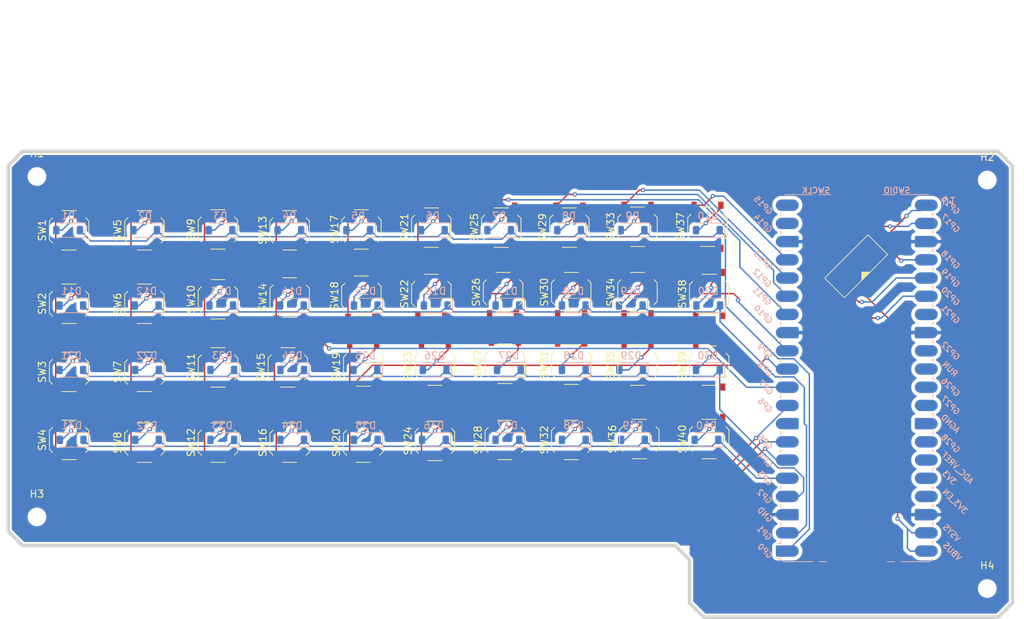
<source format=kicad_pcb>
(kicad_pcb (version 20241229) (generator "pcbnew") (generator_version "9.0")
  (layers (0 "F.Cu" signal) (2 "B.Cu" signal) (13 "F.Paste" user) (15 "B.Paste" user) (5 "F.SilkS" user "F.Silkscreen") (7 "B.SilkS" user "B.Silkscreen") (1 "F.Mask" user) (3 "B.Mask" user) (25 "Edge.Cuts" user))
  (net 0 "")
  (net 1 "ROW0")
  (net 2 "Net-(D1-A)")
  (net 3 "Net-(D2-A)")
  (net 4 "Net-(D3-A)")
  (net 5 "Net-(D4-A)")
  (net 6 "Net-(D5-A)")
  (net 7 "Net-(D6-A)")
  (net 8 "Net-(D7-A)")
  (net 9 "Net-(D8-A)")
  (net 10 "Net-(D9-A)")
  (net 11 "Net-(D10-A)")
  (net 12 "Net-(D11-A)")
  (net 13 "ROW1")
  (net 14 "Net-(D12-A)")
  (net 15 "Net-(D13-A)")
  (net 16 "Net-(D14-A)")
  (net 17 "Net-(D15-A)")
  (net 18 "Net-(D16-A)")
  (net 19 "Net-(D17-A)")
  (net 20 "Net-(D18-A)")
  (net 21 "Net-(D19-A)")
  (net 22 "Net-(D20-A)")
  (net 23 "ROW2")
  (net 24 "Net-(D21-A)")
  (net 25 "Net-(D22-A)")
  (net 26 "Net-(D23-A)")
  (net 27 "Net-(D24-A)")
  (net 28 "Net-(D25-A)")
  (net 29 "Net-(D26-A)")
  (net 30 "Net-(D27-A)")
  (net 31 "Net-(D28-A)")
  (net 32 "Net-(D29-A)")
  (net 33 "Net-(D30-A)")
  (net 34 "ROW3")
  (net 35 "Net-(D31-A)")
  (net 36 "Net-(D32-A)")
  (net 37 "Net-(D33-A)")
  (net 38 "Net-(D34-A)")
  (net 39 "Net-(D35-A)")
  (net 40 "Net-(D36-A)")
  (net 41 "Net-(D37-A)")
  (net 42 "Net-(D38-A)")
  (net 43 "Net-(D39-A)")
  (net 44 "Net-(D40-A)")
  (net 45 "COL0")
  (net 46 "COL1")
  (net 47 "COL2")
  (net 48 "COL3")
  (net 49 "COL4")
  (net 50 "COL5")
  (net 51 "COL6")
  (net 52 "COL7")
  (net 53 "COL8")
  (net 54 "COL9")
  (net 55 "north")
  (net 56 "east")
  (net 57 "west")
  (net 58 "push")
  (net 59 "+5V")
  (net 60 "south")
  (net 62 "GND")
  (footprint "HomebrewRPIPico:SW_Push_1P1T_XKB_TS-1187A" (layer "F.Cu") (at 139.489339 125.639216)
    (property "Reference" "SW20")
    (property "Value" "SPACE")
  )
  (footprint "HomebrewRPIPico:SW_Push_1P1T_XKB_TS-1187A" (layer "F.Cu") (at 168.489339 114.764215)
    (property "Reference" "SW31")
    (property "Value" ",")
  )
  (footprint "HomebrewRPIPico:SW_Push_1P1T_XKB_TS-1187A" (layer "F.Cu") (at 149.48934 125.389215)
    (property "Reference" "SW24")
    (property "Value" "FN1")
  )
  (footprint "HomebrewRPIPico:SW_Push_1P1T_XKB_TS-1187A" (layer "F.Cu") (at 168.239341 95.639216)
    (property "Reference" "SW29")
    (property "Value" "I")
  )
  (footprint "HomebrewRPIPico:SW_Push_1P1T_XKB_TS-1187A" (layer "F.Cu") (at 177.73934 95.514215)
    (property "Reference" "SW33")
    (property "Value" "O")
  )
  (footprint "HomebrewRPIPico:SW_Push_1P1T_XKB_TS-1187A" (layer "F.Cu") (at 177.73934 104.639216)
    (property "Reference" "SW34")
    (property "Value" "L")
  )
  (footprint "HomebrewRPIPico:SW_Push_1P1T_XKB_TS-1187A" (layer "F.Cu") (at 139.489342 115.014215)
    (property "Reference" "SW19")
    (property "Value" "B")
  )
  (footprint "HomebrewRPIPico:SW_Push_1P1T_XKB_TS-1187A" (layer "F.Cu") (at 108.98934 96.014216)
    (property "Reference" "SW5")
    (property "Value" "W")
  )
  (footprint "HomebrewRPIPico:SW_Push_1P1T_XKB_TS-1187A" (layer "F.Cu") (at 98.489342 115.764215)
    (property "Reference" "SW3")
    (property "Value" "Z")
  )
  (footprint "HomebrewRPIPico:SW_Push_1P1T_XKB_TS-1187A" (layer "F.Cu") (at 149.48934 114.889216)
    (property "Reference" "SW23")
    (property "Value" "N")
  )
  (footprint "HomebrewRPIPico:SW_Push_1P1T_XKB_TS-1187A" (layer "F.Cu") (at 129.239342 125.639215)
    (property "Reference" "SW16")
    (property "Value" "SHIFT")
  )
  (footprint "HomebrewRPIPico:SW_Push_1P1T_XKB_TS-1187A" (layer "F.Cu") (at 187.739339 104.889215)
    (property "Reference" "SW38")
    (property "Value" ";")
  )
  (footprint "MountingHole:MountingHole_2.1mm" (layer "F.Cu") (at 94 88.5)
    (property "Reference" "H1")
    (property "Value" "MountingHole")
  )
  (footprint "HomebrewRPIPico:SW_Push_1P1T_XKB_TS-1187A" (layer "F.Cu") (at 187.489339 95.514215)
    (property "Reference" "SW37")
    (property "Value" "P")
  )
  (footprint "HomebrewRPIPico:SW_Push_1P1T_XKB_TS-1187A" (layer "F.Cu") (at 139.23934 95.889215)
    (property "Reference" "SW17")
    (property "Value" "T")
  )
  (footprint "HomebrewRPIPico:SW_Push_1P1T_XKB_TS-1187A" (layer "F.Cu") (at 177.73934 114.889217)
    (property "Reference" "SW35")
    (property "Value" ".")
  )
  (footprint "HomebrewRPIPico:SW_Push_1P1T_XKB_TS-1187A" (layer "F.Cu") (at 159.239341 114.639214)
    (property "Reference" "SW27")
    (property "Value" "M")
  )
  (footprint "HomebrewRPIPico:SW_Push_1P1T_XKB_TS-1187A" (layer "F.Cu") (at 128.989338 115.139217)
    (property "Reference" "SW15")
    (property "Value" "V")
  )
  (footprint "HomebrewRPIPico:SW_Push_1P1T_XKB_TS-1187A" (layer "F.Cu") (at 177.989342 125.139215)
    (property "Reference" "SW36")
    (property "Value" "END")
  )
  (footprint "HomebrewRPIPico:SW_Push_1P1T_XKB_TS-1187A" (layer "F.Cu") (at 139.239339 105.139216)
    (property "Reference" "SW18")
    (property "Value" "G")
  )
  (footprint "HomebrewRPIPico:SW_Push_1P1T_XKB_TS-1187A" (layer "F.Cu") (at 148.98934 104.889215)
    (property "Reference" "SW22")
    (property "Value" "H")
  )
  (footprint "HomebrewRPIPico:SW_Push_1P1T_XKB_TS-1187A" (layer "F.Cu") (at 108.98934 115.764216)
    (property "Reference" "SW7")
    (property "Value" "X")
  )
  (footprint "HomebrewRPIPico:SW_Push_1P1T_XKB_TS-1187A" (layer "F.Cu") (at 168.48934 125.264216)
    (property "Reference" "SW32")
    (property "Value" "HOME")
  )
  (footprint "HomebrewRPIPico:SW_Push_1P1T_XKB_TS-1187A" (layer "F.Cu") (at 148.98934 95.639216)
    (property "Reference" "SW21")
    (property "Value" "Y")
  )
  (footprint "HomebrewRPIPico:SW_Push_1P1T_XKB_TS-1187A" (layer "F.Cu") (at 98.48934 106.264215)
    (property "Reference" "SW2")
    (property "Value" "A")
  )
  (footprint "HomebrewRPIPico:SW_Push_1P1T_XKB_TS-1187A" (layer "F.Cu") (at 108.989339 125.639216)
    (property "Reference" "SW8")
    (property "Value" "ALT")
  )
  (footprint "HomebrewRPIPico:SW_Push_1P1T_XKB_TS-1187A" (layer "F.Cu") (at 98.48934 125.264216)
    (property "Reference" "SW4")
    (property "Value" "CTRL")
  )
  (footprint "HomebrewRPIPico:SW_Push_1P1T_XKB_TS-1187A" (layer "F.Cu") (at 158.739342 95.639217)
    (property "Reference" "SW25")
    (property "Value" "U")
  )
  (footprint "HomebrewRPIPico:SW_Push_1P1T_XKB_TS-1187A" (layer "F.Cu") (at 119.239339 115.139215)
    (property "Reference" "SW11")
    (property "Value" "C")
  )
  (footprint "HomebrewRPIPico:SW_Push_1P1T_XKB_TS-1187A" (layer "F.Cu") (at 119.23934 125.639216)
    (property "Reference" "SW12")
    (property "Value" "META")
  )
  (footprint "HomebrewRPIPico:SW_Push_1P1T_XKB_TS-1187A" (layer "F.Cu") (at 119.239339 105.639217)
    (property "Reference" "SW10")
    (property "Value" "D")
  )
  (footprint "HomebrewRPIPico:SW_Push_1P1T_XKB_TS-1187A" (layer "F.Cu") (at 187.739339 125.139215)
    (property "Reference" "SW40")
    (property "Value" "BACKSPACE")
  )
  (footprint "HomebrewRPIPico:SW_Push_1P1T_XKB_TS-1187A" (layer "F.Cu") (at 159.239338 125.264216)
    (property "Reference" "SW28")
    (property "Value" "FN2")
  )
  (footprint "HomebrewRPIPico:SW_Push_1P1T_XKB_TS-1187A" (layer "F.Cu") (at 129.239342 96.014217)
    (property "Reference" "SW13")
    (property "Value" "R")
  )
  (footprint "HomebrewRPIPico:SW_Push_1P1T_XKB_TS-1187A" (layer "F.Cu") (at 98.489341 96.014216)
    (property "Reference" "SW1")
    (property "Value" "Q")
  )
  (footprint "HomebrewRPIPico:SW_Push_1P1T_XKB_TS-1187A" (layer "F.Cu") (at 158.98934 104.639216)
    (property "Reference" "SW26")
    (property "Value" "J")
  )
  (footprint "MountingHole:MountingHole_2.1mm" (layer "F.Cu") (at 226.5 89)
    (property "Reference" "H2")
    (property "Value" "MountingHole")
  )
  (footprint "MountingHole:MountingHole_2.1mm" (layer "F.Cu") (at 226.5 146)
    (property "Reference" "H4")
    (property "Value" "MountingHole")
  )
  (footprint "HomebrewRPIPico:SW_Push_1P1T_XKB_TS-1187A" (layer "F.Cu") (at 119.239341 95.889215)
    (property "Reference" "SW9")
    (property "Value" "E")
  )
  (footprint "HomebrewRPIPico:SW_Push_1P1T_XKB_TS-1187A" (layer "F.Cu") (at 129.23934 105.389215)
    (property "Reference" "SW14")
    (property "Value" "F")
  )
  (footprint "5-way_switch:7x7x5_5-way_switch" (layer "F.Cu") (at 208.169025 101.086934)
    (property "Reference" "SW41" (hide yes))
    (property "Value" "~")
  )
  (footprint "MountingHole:MountingHole_2.1mm" (layer "F.Cu") (at 94 136)
    (property "Reference" "H3")
    (property "Value" "MountingHole")
  )
  (footprint "HomebrewRPIPico:SW_Push_1P1T_XKB_TS-1187A" (layer "F.Cu") (at 187.739339 114.889216)
    (property "Reference" "SW39")
    (property "Value" "/")
  )
  (footprint "HomebrewRPIPico:SW_Push_1P1T_XKB_TS-1187A" (layer "F.Cu") (at 168.489339 104.639216)
    (property "Reference" "SW30")
    (property "Value" "K")
  )
  (footprint "HomebrewRPIPico:SW_Push_1P1T_XKB_TS-1187A" (layer "F.Cu") (at 108.98934 106.264215)
    (property "Reference" "SW6")
    (property "Value" "S")
  )
  (footprint "Diode_SMD:D_SOD-123" (layer "B.Cu") (at 139.85 106.5 180)
    (property "Reference" "D15")
    (property "Value" "D")
  )
  (footprint "Diode_SMD:D_SOD-123" (layer "B.Cu") (at 149.2 96 180)
    (property "Reference" "D6")
    (property "Value" "D")
  )
  (footprint "Diode_SMD:D_SOD-123" (layer "B.Cu") (at 177.1 125.25 180)
    (property "Reference" "D39")
    (property "Value" "D")
  )
  (footprint "Diode_SMD:D_SOD-123" (layer "B.Cu") (at 109.3 106.5 180)
    (property "Reference" "D12")
    (property "Value" "D")
  )
  (footprint "Diode_SMD:D_SOD-123" (layer "B.Cu") (at 159.8 115.5 180)
    (property "Reference" "D27")
    (property "Value" "D")
  )
  (footprint "Diode_SMD:D_SOD-123" (layer "B.Cu") (at 98.8 106.5 180)
    (property "Reference" "D11")
    (property "Value" "D")
  )
  (footprint "Diode_SMD:D_SOD-123" (layer "B.Cu") (at 168.85 106.5 180)
    (property "Reference" "D18")
    (property "Value" "D")
  )
  (footprint "Diode_SMD:D_SOD-123" (layer "B.Cu") (at 176.8 106.5 180)
    (property "Reference" "D19")
    (property "Value" "D")
  )
  (footprint "Diode_SMD:D_SOD-123" (layer "B.Cu") (at 149.35 125.25 180)
    (property "Reference" "D36")
    (property "Value" "D")
  )
  (footprint "Diode_SMD:D_SOD-123" (layer "B.Cu") (at 119.85 125.25 180)
    (property "Reference" "D33")
    (property "Value" "D")
  )
  (footprint "Diode_SMD:D_SOD-123" (layer "B.Cu") (at 168.85 125.25 180)
    (property "Reference" "D38")
    (property "Value" "D")
  )
  (footprint "Diode_SMD:D_SOD-123" (layer "B.Cu") (at 98.35 96 180)
    (property "Reference" "D1")
    (property "Value" "D")
  )
  (footprint "Diode_SMD:D_SOD-123" (layer "B.Cu") (at 109.1 96 180)
    (property "Reference" "D2")
    (property "Value" "D")
  )
  (footprint "Diode_SMD:D_SOD-123" (layer "B.Cu") (at 168.85 115.5 180)
    (property "Reference" "D28")
    (property "Value" "D")
  )
  (footprint "Diode_SMD:D_SOD-123" (layer "B.Cu") (at 187.55 115.5 180)
    (property "Reference" "D30")
    (property "Value" "D")
  )
  (footprint "Diode_SMD:D_SOD-123" (layer "B.Cu") (at 139.85 125.25 180)
    (property "Reference" "D35")
    (property "Value" "D")
  )
  (footprint "Diode_SMD:D_SOD-123" (layer "B.Cu") (at 129.2 96 180)
    (property "Reference" "D4")
    (property "Value" "D")
  )
  (footprint "Diode_SMD:D_SOD-123" (layer "B.Cu") (at 158.45 96 180)
    (property "Reference" "D7")
    (property "Value" "D")
  )
  (footprint "Diode_SMD:D_SOD-123" (layer "B.Cu") (at 129.6 125.25 180)
    (property "Reference" "D34")
    (property "Value" "D")
  )
  (footprint "Diode_SMD:D_SOD-123" (layer "B.Cu") (at 109.35 125.25 180)
    (property "Reference" "D32")
    (property "Value" "D")
  )
  (footprint "Diode_SMD:D_SOD-123" (layer "B.Cu") (at 109.35 115.5 180)
    (property "Reference" "D22")
    (property "Value" "D")
  )
  (footprint "Diode_SMD:D_SOD-123" (layer "B.Cu") (at 176.85 115.5 180)
    (property "Reference" "D29")
    (property "Value" "D")
  )
  (footprint "Diode_SMD:D_SOD-123" (layer "B.Cu") (at 187.35 125.25 180)
    (property "Reference" "D40")
    (property "Value" "D")
  )
  (footprint "Diode_SMD:D_SOD-123" (layer "B.Cu") (at 139.8 115.5 180)
    (property "Reference" "D25")
    (property "Value" "D")
  )
  (footprint "Diode_SMD:D_SOD-123" (layer "B.Cu") (at 187.6 106.5 180)
    (property "Reference" "D20")
    (property "Value" "D")
  )
  (footprint "Diode_SMD:D_SOD-123" (layer "B.Cu") (at 119.6 96 180)
    (property "Reference" "D3")
    (property "Value" "D")
  )
  (footprint "Diode_SMD:D_SOD-123" (layer "B.Cu") (at 129.6 115.5 180)
    (property "Reference" "D24")
    (property "Value" "D")
  )
  (footprint "Diode_SMD:D_SOD-123" (layer "B.Cu") (at 177.05 96 180)
    (property "Reference" "D9")
    (property "Value" "D")
  )
  (footprint "Diode_SMD:D_SOD-123" (layer "B.Cu") (at 159.6 106.5 180)
    (property "Reference" "D17")
    (property "Value" "D")
  )
  (footprint "Diode_SMD:D_SOD-123" (layer "B.Cu") (at 149.45 115.5 180)
    (property "Reference" "D26")
    (property "Value" "D")
  )
  (footprint "Diode_SMD:D_SOD-123" (layer "B.Cu") (at 149.6 106.5 180)
    (property "Reference" "D16")
    (property "Value" "D")
  )
  (footprint "Diode_SMD:D_SOD-123" (layer "B.Cu") (at 119.7 106.5 180)
    (property "Reference" "D13")
    (property "Value" "D")
  )
  (footprint "HomebrewRPIPico:RaspberryPi_Pico_SMD" (layer "B.Cu") (at 208.31 116.64)
    (property "Reference" "U1")
    (property "Value" "Pico")
  )
  (footprint "Diode_SMD:D_SOD-123" (layer "B.Cu") (at 187.55 96 180)
    (property "Reference" "D10")
    (property "Value" "D")
  )
  (footprint "Diode_SMD:D_SOD-123" (layer "B.Cu") (at 119.85 115.5 180)
    (property "Reference" "D23")
    (property "Value" "D")
  )
  (footprint "Diode_SMD:D_SOD-123" (layer "B.Cu") (at 98.8 115.5 180)
    (property "Reference" "D21")
    (property "Value" "D")
  )
  (footprint "Diode_SMD:D_SOD-123" (layer "B.Cu") (at 159.6 125.25 180)
    (property "Reference" "D37")
    (property "Value" "D")
  )
  (footprint "Diode_SMD:D_SOD-123" (layer "B.Cu") (at 129.55 106.5 180)
    (property "Reference" "D14")
    (property "Value" "D")
  )
  (footprint "Diode_SMD:D_SOD-123" (layer "B.Cu") (at 168.2 96 180)
    (property "Reference" "D8")
    (property "Value" "D")
  )
  (footprint "Diode_SMD:D_SOD-123" (layer "B.Cu") (at 98.85 125.25 180)
    (property "Reference" "D31")
    (property "Value" "D")
  )
  (footprint "Diode_SMD:D_SOD-123" (layer "B.Cu") (at 138.8 96 180)
    (property "Reference" "D5")
    (property "Value" "D")
  )
  (gr_line (start 228 85) (end 230 87) (stroke (width 0.5)) (layer "Edge.Cuts"))
  (gr_line (start 183 140) (end 185 142) (stroke (width 0.5)) (layer "Edge.Cuts"))
  (gr_line (start 187 150) (end 185 148) (stroke (width 0.5)) (layer "Edge.Cuts"))
  (gr_line (start 185 148) (end 185 142) (stroke (width 0.5)) (layer "Edge.Cuts"))
  (gr_line (start 90 87) (end 92 85) (stroke (width 0.5)) (layer "Edge.Cuts"))
  (gr_line (start 90 138) (end 92 140) (stroke (width 0.5)) (layer "Edge.Cuts"))
  (gr_line (start 92 140) (end 183 140) (stroke (width 0.5)) (layer "Edge.Cuts"))
  (gr_line (start 92 85) (end 228 85) (stroke (width 0.5)) (layer "Edge.Cuts"))
  (gr_line (start 230 148) (end 230 87) (stroke (width 0.5)) (layer "Edge.Cuts"))
  (gr_line (start 228 150) (end 230 148) (stroke (width 0.5)) (layer "Edge.Cuts"))
  (gr_line (start 90 138) (end 90 87) (stroke (width 0.5)) (layer "Edge.Cuts"))
  (gr_line (start 187 150) (end 228 150) (stroke (width 0.5)) (layer "Edge.Cuts"))
  (segment (start 179.601 96.901) (end 188.299 96.901) (width 0.2) (layer "B.Cu") (net 1))
  (segment (start 141.351 96.901) (end 149.949 96.901) (width 0.2) (layer "B.Cu") (net 1))
  (segment (start 109.25 97.5) (end 110.75 96) (width 0.2) (layer "B.Cu") (net 1))
  (segment (start 122.151 96.901) (end 121.25 96) (width 0.2) (layer "B.Cu") (net 1))
  (segment (start 131.751 96.901) (end 139.549 96.901) (width 0.2) (layer "B.Cu") (net 1))
  (segment (start 198.62 140.77) (end 201.703 137.687) (width 0.2) (layer "B.Cu") (net 1))
  (segment (start 199.53805 113.931) (end 197.36395 113.931) (width 0.2) (layer "B.Cu") (net 1))
  (segment (start 170.751 96.901) (end 177.799 96.901) (width 0.2) (layer "B.Cu") (net 1))
  (segment (start 149.949 96.901) (end 150.85 96) (width 0.2) (layer "B.Cu") (net 1))
  (segment (start 160.1 96) (end 161.001 96.901) (width 0.2) (layer "B.Cu") (net 1))
  (segment (start 201.703 137.687) (end 201.703 116.09595) (width 0.2) (layer "B.Cu") (net 1))
  (segment (start 201.703 116.09595) (end 199.53805 113.931) (width 0.2) (layer "B.Cu") (net 1))
  (segment (start 101.5 97.5) (end 109.25 97.5) (width 0.2) (layer "B.Cu") (net 1))
  (segment (start 150.85 96) (end 152.1 97.25) (width 0.2) (layer "B.Cu") (net 1))
  (segment (start 158.85 97.25) (end 160.1 96) (width 0.2) (layer "B.Cu") (net 1))
  (segment (start 152.1 97.25) (end 158.85 97.25) (width 0.2) (layer "B.Cu") (net 1))
  (segment (start 140.45 96) (end 141.351 96.901) (width 0.2) (layer "B.Cu") (net 1))
  (segment (start 188.299 96.901) (end 189.2 96) (width 0.2) (layer "B.Cu") (net 1))
  (segment (start 190.001 106.56805) (end 190.001 96.801) (width 0.2) (layer "B.Cu") (net 1))
  (segment (start 129.949 96.901) (end 122.151 96.901) (width 0.2) (layer "B.Cu") (net 1))
  (segment (start 111.651 96.901) (end 120.349 96.901) (width 0.2) (layer "B.Cu") (net 1))
  (segment (start 130.85 96) (end 131.751 96.901) (width 0.2) (layer "B.Cu") (net 1))
  (segment (start 169.85 96) (end 170.751 96.901) (width 0.2) (layer "B.Cu") (net 1))
  (segment (start 168.949 96.901) (end 169.85 96) (width 0.2) (layer "B.Cu") (net 1))
  (segment (start 177.799 96.901) (end 178.7 96) (width 0.2) (layer "B.Cu") (net 1))
  (segment (start 100 96) (end 101.5 97.5) (width 0.2) (layer "B.Cu") (net 1))
  (segment (start 197.36395 113.931) (end 190.001 106.56805) (width 0.2) (layer "B.Cu") (net 1))
  (segment (start 190.001 96.801) (end 189.2 96) (width 0.2) (layer "B.Cu") (net 1))
  (segment (start 139.549 96.901) (end 140.45 96) (width 0.2) (layer "B.Cu") (net 1))
  (segment (start 130.85 96) (end 129.949 96.901) (width 0.2) (layer "B.Cu") (net 1))
  (segment (start 161.001 96.901) (end 168.949 96.901) (width 0.2) (layer "B.Cu") (net 1))
  (segment (start 120.349 96.901) (end 121.25 96) (width 0.2) (layer "B.Cu") (net 1))
  (segment (start 110.75 96) (end 111.651 96.901) (width 0.2) (layer "B.Cu") (net 1))
  (segment (start 178.7 96) (end 179.601 96.901) (width 0.2) (layer "B.Cu") (net 1))
  (segment (start 100.364341 93.135659) (end 100.364341 93.014216) (width 0.2) (layer "F.Cu") (net 2))
  (segment (start 98.75 94.75) (end 100.364341 93.135659) (width 0.2) (layer "F.Cu") (net 2))
  (via (at 98.75 94.75) (size 0.6) (drill 0.3) (layers "F.Cu" "B.Cu") (net 2))
  (segment (start 96.7 96) (end 97.5 96) (width 0.2) (layer "B.Cu") (net 2))
  (segment (start 97.5 96) (end 98.75 94.75) (width 0.2) (layer "B.Cu") (net 2))
  (segment (start 110.86434 93.13566) (end 110.86434 93.014216) (width 0.2) (layer "F.Cu") (net 3))
  (segment (start 109 95) (end 110.86434 93.13566) (width 0.2) (layer "F.Cu") (net 3))
  (via (at 109 95) (size 0.6) (drill 0.3) (layers "F.Cu" "B.Cu") (net 3))
  (segment (start 108 96) (end 109 95) (width 0.2) (layer "B.Cu") (net 3))
  (segment (start 107.45 96) (end 108 96) (width 0.2) (layer "B.Cu") (net 3))
  (segment (start 121.114341 93.635659) (end 121.114341 92.889215) (width 0.2) (layer "F.Cu") (net 4))
  (segment (start 119.75 95) (end 121.114341 93.635659) (width 0.2) (layer "F.Cu") (net 4))
  (via (at 119.75 95) (size 0.6) (drill 0.3) (layers "F.Cu" "B.Cu") (net 4))
  (segment (start 118.75 96) (end 119.75 95) (width 0.2) (layer "B.Cu") (net 4))
  (segment (start 117.95 96) (end 118.75 96) (width 0.2) (layer "B.Cu") (net 4))
  (segment (start 129.5 94.75) (end 131.114342 93.135658) (width 0.2) (layer "F.Cu") (net 5))
  (segment (start 131.114342 93.135658) (end 131.114342 93.014217) (width 0.2) (layer "F.Cu") (net 5))
  (via (at 129.5 94.75) (size 0.6) (drill 0.3) (layers "F.Cu" "B.Cu") (net 5))
  (segment (start 127.55 96) (end 128.25 96) (width 0.2) (layer "B.Cu") (net 5))
  (segment (start 128.25 96) (end 129.5 94.75) (width 0.2) (layer "B.Cu") (net 5))
  (segment (start 139.25 94.75) (end 141.110785 92.889215) (width 0.2) (layer "F.Cu") (net 6))
  (segment (start 141.110785 92.889215) (end 141.11434 92.889215) (width 0.2) (layer "F.Cu") (net 6))
  (via (at 139.25 94.75) (size 0.6) (drill 0.3) (layers "F.Cu" "B.Cu") (net 6))
  (segment (start 138 96) (end 139.25 94.75) (width 0.2) (layer "B.Cu") (net 6))
  (segment (start 137.15 96) (end 138 96) (width 0.2) (layer "B.Cu") (net 6))
  (segment (start 150.86434 93.13566) (end 150.86434 92.639216) (width 0.2) (layer "F.Cu") (net 7))
  (segment (start 149.25 94.75) (end 150.86434 93.13566) (width 0.2) (layer "F.Cu") (net 7))
  (via (at 149.25 94.75) (size 0.6) (drill 0.3) (layers "F.Cu" "B.Cu") (net 7))
  (segment (start 148 96) (end 149.25 94.75) (width 0.2) (layer "B.Cu") (net 7))
  (segment (start 147.55 96) (end 148 96) (width 0.2) (layer "B.Cu") (net 7))
  (segment (start 160.610783 92.639217) (end 160.614342 92.639217) (width 0.2) (layer "F.Cu") (net 8))
  (segment (start 158.75 94.5) (end 160.610783 92.639217) (width 0.2) (layer "F.Cu") (net 8))
  (via (at 158.75 94.5) (size 0.6) (drill 0.3) (layers "F.Cu" "B.Cu") (net 8))
  (segment (start 156.8 96) (end 157.25 96) (width 0.2) (layer "B.Cu") (net 8))
  (segment (start 157.25 96) (end 158.75 94.5) (width 0.2) (layer "B.Cu") (net 8))
  (segment (start 170.114341 92.885659) (end 170.114341 92.639216) (width 0.2) (layer "F.Cu") (net 9))
  (segment (start 168 95) (end 170.114341 92.885659) (width 0.2) (layer "F.Cu") (net 9))
  (via (at 168 95) (size 0.6) (drill 0.3) (layers "F.Cu" "B.Cu") (net 9))
  (segment (start 167 96) (end 168 95) (width 0.2) (layer "B.Cu") (net 9))
  (segment (start 166.55 96) (end 167 96) (width 0.2) (layer "B.Cu") (net 9))
  (segment (start 177.25 94.75) (end 179.485785 92.514215) (width 0.2) (layer "F.Cu") (net 10))
  (segment (start 179.485785 92.514215) (end 179.61434 92.514215) (width 0.2) (layer "F.Cu") (net 10))
  (via (at 177.25 94.75) (size 0.6) (drill 0.3) (layers "F.Cu" "B.Cu") (net 10))
  (segment (start 175.4 96) (end 176 96) (width 0.2) (layer "B.Cu") (net 10))
  (segment (start 176 96) (end 177.25 94.75) (width 0.2) (layer "B.Cu") (net 10))
  (segment (start 189.364339 92.885661) (end 189.364339 92.514215) (width 0.2) (layer "F.Cu") (net 11))
  (segment (start 187.25 95) (end 189.364339 92.885661) (width 0.2) (layer "F.Cu") (net 11))
  (via (at 187.25 95) (size 0.6) (drill 0.3) (layers "F.Cu" "B.Cu") (net 11))
  (segment (start 185.9 96) (end 186.25 96) (width 0.2) (layer "B.Cu") (net 11))
  (segment (start 186.25 96) (end 187.25 95) (width 0.2) (layer "B.Cu") (net 11))
  (segment (start 100.36434 103.88566) (end 100.36434 103.264215) (width 0.2) (layer "F.Cu") (net 12))
  (segment (start 98.75 105.5) (end 100.36434 103.88566) (width 0.2) (layer "F.Cu") (net 12))
  (via (at 98.75 105.5) (size 0.6) (drill 0.3) (layers "F.Cu" "B.Cu") (net 12))
  (segment (start 97.15 106.5) (end 97.75 106.5) (width 0.2) (layer "B.Cu") (net 12))
  (segment (start 97.75 106.5) (end 98.75 105.5) (width 0.2) (layer "B.Cu") (net 12))
  (segment (start 152.151 107.401) (end 151.25 106.5) (width 0.2) (layer "B.Cu") (net 13))
  (segment (start 140.599 107.401) (end 132.101 107.401) (width 0.2) (layer "B.Cu") (net 13))
  (segment (start 111.851 107.401) (end 110.95 106.5) (width 0.2) (layer "B.Cu") (net 13))
  (segment (start 189.25 108.75) (end 189.25 106.5) (width 0.2) (layer "B.Cu") (net 13))
  (segment (start 171.401 107.401) (end 177.549 107.401) (width 0.2) (layer "B.Cu") (net 13))
  (segment (start 132.101 107.401) (end 131.2 106.5) (width 0.2) (layer "B.Cu") (net 13))
  (segment (start 161.25 106.5) (end 162.151 107.401) (width 0.2) (layer "B.Cu") (net 13))
  (segment (start 196.971 116.471) (end 189.25 108.75) (width 0.2) (layer "B.Cu") (net 13))
  (segment (start 199.53805 116.471) (end 196.971 116.471) (width 0.2) (layer "B.Cu") (net 13))
  (segment (start 142.401 107.401) (end 141.5 106.5) (width 0.2) (layer "B.Cu") (net 13))
  (segment (start 141.5 106.5) (end 140.599 107.401) (width 0.2) (layer "B.Cu") (net 13))
  (segment (start 179.351 107.401) (end 178.45 106.5) (width 0.2) (layer "B.Cu") (net 13))
  (segment (start 151.25 106.5) (end 150.349 107.401) (width 0.2) (layer "B.Cu") (net 13))
  (segment (start 160.349 107.401) (end 152.151 107.401) (width 0.2) (layer "B.Cu") (net 13))
  (segment (start 188.349 107.401) (end 179.351 107.401) (width 0.2) (layer "B.Cu") (net 13))
  (segment (start 201 122.99495) (end 201 117.93295) (width 0.2) (layer "B.Cu") (net 13))
  (segment (start 131.2 106.5) (end 130.299 107.401) (width 0.2) (layer "B.Cu") (net 13))
  (segment (start 189.491 106.259) (end 189.25 106.5) (width 0.2) (layer "B.Cu") (net 13))
  (segment (start 170.5 106.5) (end 171.401 107.401) (width 0.2) (layer "B.Cu") (net 13))
  (segment (start 110.049 107.401) (end 101.351 107.401) (width 0.2) (layer "B.Cu") (net 13))
  (segment (start 169.599 107.401) (end 170.5 106.5) (width 0.2) (layer "B.Cu") (net 13))
  (segment (start 162.151 107.401) (end 169.599 107.401) (width 0.2) (layer "B.Cu") (net 13))
  (segment (start 161.25 106.5) (end 160.349 107.401) (width 0.2) (layer "B.Cu") (net 13))
  (segment (start 189.25 106.5) (end 188.349 107.401) (width 0.2) (layer "B.Cu") (net 13))
  (segment (start 110.95 106.5) (end 110.049 107.401) (width 0.2) (layer "B.Cu") (net 13))
  (segment (start 201 117.93295) (end 199.53805 116.471) (width 0.2) (layer "B.Cu") (net 13))
  (segment (start 150.349 107.401) (end 142.401 107.401) (width 0.2) (layer "B.Cu") (net 13))
  (segment (start 200.22 138.23) (end 201.302 137.148) (width 0.2) (layer "B.Cu") (net 13))
  (segment (start 130.299 107.401) (end 122.251 107.401) (width 0.2) (layer "B.Cu") (net 13))
  (segment (start 121.35 106.5) (end 120.449 107.401) (width 0.2) (layer "B.Cu") (net 13))
  (segment (start 122.251 107.401) (end 121.35 106.5) (width 0.2) (layer "B.Cu") (net 13))
  (segment (start 201.302 137.148) (end 201.302 123.29695) (width 0.2) (layer "B.Cu") (net 13))
  (segment (start 198.62 138.23) (end 200.22 138.23) (width 0.2) (layer "B.Cu") (net 13))
  (segment (start 120.449 107.401) (end 111.851 107.401) (width 0.2) (layer "B.Cu") (net 13))
  (segment (start 177.549 107.401) (end 178.45 106.5) (width 0.2) (layer "B.Cu") (net 13))
  (segment (start 201.302 123.29695) (end 201 122.99495) (width 0.2) (layer "B.Cu") (net 13))
  (segment (start 101.351 107.401) (end 100.45 106.5) (width 0.2) (layer "B.Cu") (net 13))
  (segment (start 109.25 105.5) (end 110.86434 103.88566) (width 0.2) (layer "F.Cu") (net 14))
  (segment (start 110.86434 103.88566) (end 110.86434 103.264215) (width 0.2) (layer "F.Cu") (net 14))
  (via (at 109.25 105.5) (size 0.6) (drill 0.3) (layers "F.Cu" "B.Cu") (net 14))
  (segment (start 108.25 106.5) (end 109.25 105.5) (width 0.2) (layer "B.Cu") (net 14))
  (segment (start 107.65 106.5) (end 108.25 106.5) (width 0.2) (layer "B.Cu") (net 14))
  (segment (start 119.5 104.5) (end 121.114339 102.885661) (width 0.2) (layer "F.Cu") (net 15))
  (segment (start 121.114339 102.885661) (end 121.114339 102.639217) (width 0.2) (layer "F.Cu") (net 15))
  (via (at 119.5 104.5) (size 0.6) (drill 0.3) (layers "F.Cu" "B.Cu") (net 15))
  (segment (start 118.05 105.95) (end 119.5 104.5) (width 0.2) (layer "B.Cu") (net 15))
  (segment (start 118.05 106.5) (end 118.05 105.95) (width 0.2) (layer "B.Cu") (net 15))
  (segment (start 131.11434 102.88566) (end 131.11434 102.389215) (width 0.2) (layer "F.Cu") (net 16))
  (segment (start 129 105) (end 131.11434 102.88566) (width 0.2) (layer "F.Cu") (net 16))
  (via (at 129 105) (size 0.6) (drill 0.3) (layers "F.Cu" "B.Cu") (net 16))
  (segment (start 127.9 106.1) (end 129 105) (width 0.2) (layer "B.Cu") (net 16))
  (segment (start 127.9 106.5) (end 127.9 106.1) (width 0.2) (layer "B.Cu") (net 16))
  (segment (start 139.5 104) (end 141.114339 102.385661) (width 0.2) (layer "F.Cu") (net 17))
  (segment (start 141.114339 102.385661) (end 141.114339 102.139216) (width 0.2) (layer "F.Cu") (net 17))
  (via (at 139.5 104) (size 0.6) (drill 0.3) (layers "F.Cu" "B.Cu") (net 17))
  (segment (start 138.2 106.5) (end 138.2 105.3) (width 0.2) (layer "B.Cu") (net 17))
  (segment (start 138.2 105.3) (end 139.5 104) (width 0.2) (layer "B.Cu") (net 17))
  (segment (start 149.5 103.5) (end 150.86434 102.13566) (width 0.2) (layer "F.Cu") (net 18))
  (segment (start 150.86434 102.13566) (end 150.86434 101.889215) (width 0.2) (layer "F.Cu") (net 18))
  (via (at 149.5 103.5) (size 0.6) (drill 0.3) (layers "F.Cu" "B.Cu") (net 18))
  (segment (start 147.95 106.5) (end 147.95 105.05) (width 0.2) (layer "B.Cu") (net 18))
  (segment (start 147.95 105.05) (end 149.5 103.5) (width 0.2) (layer "B.Cu") (net 18))
  (segment (start 160.86434 102.13566) (end 159.5 103.5) (width 0.2) (layer "F.Cu") (net 19))
  (segment (start 160.86434 101.639216) (end 160.86434 102.13566) (width 0.2) (layer "F.Cu") (net 19))
  (via (at 159.5 103.5) (size 0.6) (drill 0.3) (layers "F.Cu" "B.Cu") (net 19))
  (segment (start 157.95 105.05) (end 157.95 106.5) (width 0.2) (layer "B.Cu") (net 19))
  (segment (start 159.5 103.5) (end 157.95 105.05) (width 0.2) (layer "B.Cu") (net 19))
  (segment (start 170.364339 102.385661) (end 170.364339 101.639216) (width 0.2) (layer "F.Cu") (net 20))
  (segment (start 168.75 104) (end 170.364339 102.385661) (width 0.2) (layer "F.Cu") (net 20))
  (via (at 168.75 104) (size 0.6) (drill 0.3) (layers "F.Cu" "B.Cu") (net 20))
  (segment (start 167.2 105.55) (end 168.75 104) (width 0.2) (layer "B.Cu") (net 20))
  (segment (start 167.2 106.5) (end 167.2 105.55) (width 0.2) (layer "B.Cu") (net 20))
  (segment (start 179.61434 102.13566) (end 179.61434 101.639216) (width 0.2) (layer "F.Cu") (net 21))
  (segment (start 177.75 104) (end 179.61434 102.13566) (width 0.2) (layer "F.Cu") (net 21))
  (via (at 177.75 104) (size 0.6) (drill 0.3) (layers "F.Cu" "B.Cu") (net 21))
  (segment (start 175.25 106.5) (end 177.75 104) (width 0.2) (layer "B.Cu") (net 21))
  (segment (start 175.15 106.5) (end 175.25 106.5) (width 0.2) (layer "B.Cu") (net 21))
  (segment (start 188 103.503554) (end 189.614339 101.889215) (width 0.2) (layer "F.Cu") (net 22))
  (segment (start 188 104) (end 188 103.503554) (width 0.2) (layer "F.Cu") (net 22))
  (via (at 188 104) (size 0.6) (drill 0.3) (layers "F.Cu" "B.Cu") (net 22))
  (segment (start 185.95 106.5) (end 185.95 106.05) (width 0.2) (layer "B.Cu") (net 22))
  (segment (start 188 104.45) (end 188 104) (width 0.2) (layer "B.Cu") (net 22))
  (segment (start 185.95 106.5) (end 188 104.45) (width 0.2) (layer "B.Cu") (net 22))
  (segment (start 200.901 130.53395) (end 199.53805 129.171) (width 0.2) (layer "B.Cu") (net 23))
  (segment (start 132.151 116.401) (end 131.25 115.5) (width 0.2) (layer "B.Cu") (net 23))
  (segment (start 189.2 115.5) (end 188.299 116.401) (width 0.2) (layer "B.Cu") (net 23))
  (segment (start 100.45 115.5) (end 101.351 116.401) (width 0.2) (layer "B.Cu") (net 23))
  (segment (start 110.099 116.401) (end 111 115.5) (width 0.2) (layer "B.Cu") (net 23))
  (segment (start 170.5 115.5) (end 169.599 116.401) (width 0.2) (layer "B.Cu") (net 23))
  (segment (start 101.351 116.401) (end 110.099 116.401) (width 0.2) (layer "B.Cu") (net 23))
  (segment (start 162.351 116.401) (end 161.45 115.5) (width 0.2) (layer "B.Cu") (net 23))
  (segment (start 140.549 116.401) (end 132.151 116.401) (width 0.2) (layer "B.Cu") (net 23))
  (segment (start 179.401 116.401) (end 178.5 115.5) (width 0.2) (layer "B.Cu") (net 23))
  (segment (start 199.53805 129.171) (end 197.36395 129.171) (width 0.2) (layer "B.Cu") (net 23))
  (segment (start 200.901 132.469) (end 200.901 130.53395) (width 0.2) (layer "B.Cu") (net 23))
  (segment (start 141.45 115.5) (end 140.549 116.401) (width 0.2) (layer "B.Cu") (net 23))
  (segment (start 189.2 121.00705) (end 189.2 115.5) (width 0.2) (layer "B.Cu") (net 23))
  (segment (start 169.599 116.401) (end 162.351 116.401) (width 0.2) (layer "B.Cu") (net 23))
  (segment (start 152.001 116.401) (end 151.1 115.5) (width 0.2) (layer "B.Cu") (net 23))
  (segment (start 141.45 115.5) (end 142.351 116.401) (width 0.2) (layer "B.Cu") (net 23))
  (segment (start 178.5 115.5) (end 177.599 116.401) (width 0.2) (layer "B.Cu") (net 23))
  (segment (start 171.401 116.401) (end 170.5 115.5) (width 0.2) (layer "B.Cu") (net 23))
  (segment (start 198.62 133.15) (end 200.22 133.15) (width 0.2) (layer "B.Cu") (net 23))
  (segment (start 150.199 116.401) (end 151.1 115.5) (width 0.2) (layer "B.Cu") (net 23))
  (segment (start 130.349 116.401) (end 122.401 116.401) (width 0.2) (layer "B.Cu") (net 23))
  (segment (start 188.299 116.401) (end 179.401 116.401) (width 0.2) (layer "B.Cu") (net 23))
  (segment (start 131.25 115.5) (end 130.349 116.401) (width 0.2) (layer "B.Cu") (net 23))
  (segment (start 122.401 116.401) (end 121.5 115.5) (width 0.2) (layer "B.Cu") (net 23))
  (segment (start 111 115.5) (end 111.901 116.401) (width 0.2) (layer "B.Cu") (net 23))
  (segment (start 120.599 116.401) (end 121.5 115.5) (width 0.2) (layer "B.Cu") (net 23))
  (segment (start 197.36395 129.171) (end 189.2 121.00705) (width 0.2) (layer "B.Cu") (net 23))
  (segment (start 161.45 115.5) (end 160.549 116.401) (width 0.2) (layer "B.Cu") (net 23))
  (segment (start 160.549 116.401) (end 152.001 116.401) (width 0.2) (layer "B.Cu") (net 23))
  (segment (start 177.599 116.401) (end 171.401 116.401) (width 0.2) (layer "B.Cu") (net 23))
  (segment (start 111.901 116.401) (end 120.599 116.401) (width 0.2) (layer "B.Cu") (net 23))
  (segment (start 142.351 116.401) (end 150.199 116.401) (width 0.2) (layer "B.Cu") (net 23))
  (segment (start 200.22 133.15) (end 200.901 132.469) (width 0.2) (layer "B.Cu") (net 23))
  (segment (start 100.364342 112.885658) (end 100.364342 112.764215) (width 0.2) (layer "F.Cu") (net 24))
  (segment (start 99 114.25) (end 100.364342 112.885658) (width 0.2) (layer "F.Cu") (net 24))
  (via (at 99 114.25) (size 0.6) (drill 0.3) (layers "F.Cu" "B.Cu") (net 24))
  (segment (start 97.15 115.5) (end 97.75 115.5) (width 0.2) (layer "B.Cu") (net 24))
  (segment (start 97.75 115.5) (end 99 114.25) (width 0.2) (layer "B.Cu") (net 24))
  (segment (start 110.86434 113.13566) (end 110.86434 112.764216) (width 0.2) (layer "F.Cu") (net 25))
  (segment (start 109.5 114.5) (end 110.86434 113.13566) (width 0.2) (layer "F.Cu") (net 25))
  (via (at 109.5 114.5) (size 0.6) (drill 0.3) (layers "F.Cu" "B.Cu") (net 25))
  (segment (start 107.7 115.5) (end 108.5 115.5) (width 0.2) (layer "B.Cu") (net 25))
  (segment (start 108.5 115.5) (end 109.5 114.5) (width 0.2) (layer "B.Cu") (net 25))
  (segment (start 120.25 114) (end 121.114339 113.135661) (width 0.2) (layer "F.Cu") (net 26))
  (segment (start 121.114339 113.135661) (end 121.114339 112.139215) (width 0.2) (layer "F.Cu") (net 26))
  (via (at 120.25 114) (size 0.6) (drill 0.3) (layers "F.Cu" "B.Cu") (net 26))
  (segment (start 118.75 115.5) (end 120.25 114) (width 0.2) (layer "B.Cu") (net 26))
  (segment (start 118.2 115.5) (end 118.75 115.5) (width 0.2) (layer "B.Cu") (net 26))
  (segment (start 129.5 114) (end 130.864338 112.635662) (width 0.2) (layer "F.Cu") (net 27))
  (segment (start 130.864338 112.635662) (end 130.864338 112.139217) (width 0.2) (layer "F.Cu") (net 27))
  (via (at 129.5 114) (size 0.6) (drill 0.3) (layers "F.Cu" "B.Cu") (net 27))
  (segment (start 128 115.5) (end 129.5 114) (width 0.2) (layer "B.Cu") (net 27))
  (segment (start 127.95 115.5) (end 128 115.5) (width 0.2) (layer "B.Cu") (net 27))
  (segment (start 141.364342 112.385658) (end 141.364342 112.014215) (width 0.2) (layer "F.Cu") (net 28))
  (segment (start 139.75 114) (end 141.364342 112.385658) (width 0.2) (layer "F.Cu") (net 28))
  (via (at 139.75 114) (size 0.6) (drill 0.3) (layers "F.Cu" "B.Cu") (net 28))
  (segment (start 138.15 115.5) (end 138.25 115.5) (width 0.2) (layer "B.Cu") (net 28))
  (segment (start 138.25 115.5) (end 139.75 114) (width 0.2) (layer "B.Cu") (net 28))
  (segment (start 151.36434 112.63566) (end 151.36434 111.889216) (width 0.2) (layer "F.Cu") (net 29))
  (segment (start 149.75 114.25) (end 151.36434 112.63566) (width 0.2) (layer "F.Cu") (net 29))
  (via (at 149.75 114.25) (size 0.6) (drill 0.3) (layers "F.Cu" "B.Cu") (net 29))
  (segment (start 147.8 115.5) (end 148.5 115.5) (width 0.2) (layer "B.Cu") (net 29))
  (segment (start 148.5 115.5) (end 149.75 114.25) (width 0.2) (layer "B.Cu") (net 29))
  (segment (start 161.114341 112.635659) (end 161.114341 111.639214) (width 0.2) (layer "F.Cu") (net 30))
  (segment (start 159.75 114) (end 161.114341 112.635659) (width 0.2) (layer "F.Cu") (net 30))
  (via (at 159.75 114) (size 0.6) (drill 0.3) (layers "F.Cu" "B.Cu") (net 30))
  (segment (start 158.25 115.5) (end 159.75 114) (width 0.2) (layer "B.Cu") (net 30))
  (segment (start 158.15 115.5) (end 158.25 115.5) (width 0.2) (layer "B.Cu") (net 30))
  (segment (start 170.235785 111.764215) (end 170.364339 111.764215) (width 0.2) (layer "F.Cu") (net 31))
  (segment (start 168.5 113.5) (end 170.235785 111.764215) (width 0.2) (layer "F.Cu") (net 31))
  (via (at 168.5 113.5) (size 0.6) (drill 0.3) (layers "F.Cu" "B.Cu") (net 31))
  (segment (start 167.2 115.5) (end 167.2 114.8) (width 0.2) (layer "B.Cu") (net 31))
  (segment (start 167.2 114.8) (end 168.5 113.5) (width 0.2) (layer "B.Cu") (net 31))
  (segment (start 178.25 113.75) (end 179.61434 112.38566) (width 0.2) (layer "F.Cu") (net 32))
  (segment (start 179.61434 112.38566) (end 179.61434 111.889217) (width 0.2) (layer "F.Cu") (net 32))
  (via (at 178.25 113.75) (size 0.6) (drill 0.3) (layers "F.Cu" "B.Cu") (net 32))
  (segment (start 176.5 115.5) (end 178.25 113.75) (width 0.2) (layer "B.Cu") (net 32))
  (segment (start 175.2 115.5) (end 176.5 115.5) (width 0.2) (layer "B.Cu") (net 32))
  (segment (start 187.75 113.75) (end 189.610784 111.889216) (width 0.2) (layer "F.Cu") (net 33))
  (segment (start 189.610784 111.889216) (end 189.614339 111.889216) (width 0.2) (layer "F.Cu") (net 33))
  (via (at 187.75 113.75) (size 0.6) (drill 0.3) (layers "F.Cu" "B.Cu") (net 33))
  (segment (start 185.9 115.5) (end 186 115.5) (width 0.2) (layer "B.Cu") (net 33))
  (segment (start 186 115.5) (end 187.75 113.75) (width 0.2) (layer "B.Cu") (net 33))
  (segment (start 170.5 125.25) (end 169.599 126.151) (width 0.2) (layer "B.Cu") (net 34))
  (segment (start 179.651 126.151) (end 178.75 125.25) (width 0.2) (layer "B.Cu") (net 34))
  (segment (start 111.901 126.151) (end 120.599 126.151) (width 0.2) (layer "B.Cu") (net 34))
  (segment (start 189 125.25) (end 188.099 126.151) (width 0.2) (layer "B.Cu") (net 34))
  (segment (start 101.401 126.151) (end 110.099 126.151) (width 0.2) (layer "B.Cu") (net 34))
  (segment (start 194.36 130.61) (end 189 125.25) (width 0.2) (layer "B.Cu") (net 34))
  (segment (start 150.099 126.151) (end 151 125.25) (width 0.2) (layer "B.Cu") (net 34))
  (segment (start 188.099 126.151) (end 179.651 126.151) (width 0.2) (layer "B.Cu") (net 34))
  (segment (start 162.151 126.151) (end 161.25 125.25) (width 0.2) (layer "B.Cu") (net 34))
  (segment (start 120.599 126.151) (end 121.5 125.25) (width 0.2) (layer "B.Cu") (net 34))
  (segment (start 151.901 126.151) (end 160.349 126.151) (width 0.2) (layer "B.Cu") (net 34))
  (segment (start 198.62 130.61) (end 194.36 130.61) (width 0.2) (layer "B.Cu") (net 34))
  (segment (start 140.599 126.151) (end 141.5 125.25) (width 0.2) (layer "B.Cu") (net 34))
  (segment (start 131.25 125.25) (end 132.151 126.151) (width 0.2) (layer "B.Cu") (net 34))
  (segment (start 100.5 125.25) (end 101.401 126.151) (width 0.2) (layer "B.Cu") (net 34))
  (segment (start 132.151 126.151) (end 140.599 126.151) (width 0.2) (layer "B.Cu") (net 34))
  (segment (start 177.849 126.151) (end 171.401 126.151) (width 0.2) (layer "B.Cu") (net 34))
  (segment (start 169.599 126.151) (end 162.151 126.151) (width 0.2) (layer "B.Cu") (net 34))
  (segment (start 111 125.25) (end 111.901 126.151) (width 0.2) (layer "B.Cu") (net 34))
  (segment (start 122.401 126.151) (end 130.349 126.151) (width 0.2) (layer "B.Cu") (net 34))
  (segment (start 171.401 126.151) (end 170.5 125.25) (width 0.2) (layer "B.Cu") (net 34))
  (segment (start 160.349 126.151) (end 161.25 125.25) (width 0.2) (layer "B.Cu") (net 34))
  (segment (start 110.099 126.151) (end 111 125.25) (width 0.2) (layer "B.Cu") (net 34))
  (segment (start 198.76 130.75) (end 198.62 130.61) (width 0.2) (layer "B.Cu") (net 34))
  (segment (start 178.75 125.25) (end 177.849 126.151) (width 0.2) (layer "B.Cu") (net 34))
  (segment (start 142.401 126.151) (end 150.099 126.151) (width 0.2) (layer "B.Cu") (net 34))
  (segment (start 121.5 125.25) (end 122.401 126.151) (width 0.2) (layer "B.Cu") (net 34))
  (segment (start 141.5 125.25) (end 142.401 126.151) (width 0.2) (layer "B.Cu") (net 34))
  (segment (start 130.349 126.151) (end 131.25 125.25) (width 0.2) (layer "B.Cu") (net 34))
  (segment (start 151 125.25) (end 151.901 126.151) (width 0.2) (layer "B.Cu") (net 34))
  (segment (start 98.75 124) (end 100.36434 122.38566) (width 0.2) (layer "F.Cu") (net 35))
  (segment (start 100.36434 122.38566) (end 100.36434 122.264216) (width 0.2) (layer "F.Cu") (net 35))
  (via (at 98.75 124) (size 0.6) (drill 0.3) (layers "F.Cu" "B.Cu") (net 35))
  (segment (start 97.5 125.25) (end 98.75 124) (width 0.2) (layer "B.Cu") (net 35))
  (segment (start 97.2 125.25) (end 97.5 125.25) (width 0.2) (layer "B.Cu") (net 35))
  (segment (start 109.753555 123.75) (end 110.864339 122.639216) (width 0.2) (layer "F.Cu") (net 36))
  (segment (start 109.75 123.75) (end 109.753555 123.75) (width 0.2) (layer "F.Cu") (net 36))
  (via (at 109.75 123.75) (size 0.6) (drill 0.3) (layers "F.Cu" "B.Cu") (net 36))
  (segment (start 108.25 125.25) (end 109.75 123.75) (width 0.2) (layer "B.Cu") (net 36))
  (segment (start 107.7 125.25) (end 108.25 125.25) (width 0.2) (layer "B.Cu") (net 36))
  (segment (start 119.5 124.25) (end 121.110784 122.639216) (width 0.2) (layer "F.Cu") (net 37))
  (segment (start 121.110784 122.639216) (end 121.11434 122.639216) (width 0.2) (layer "F.Cu") (net 37))
  (via (at 119.5 124.25) (size 0.6) (drill 0.3) (layers "F.Cu" "B.Cu") (net 37))
  (segment (start 118.5 125.25) (end 119.5 124.25) (width 0.2) (layer "B.Cu") (net 37))
  (segment (start 118.2 125.25) (end 118.5 125.25) (width 0.2) (layer "B.Cu") (net 37))
  (segment (start 130.860785 122.639215) (end 131.114342 122.639215) (width 0.2) (layer "F.Cu") (net 38))
  (segment (start 129.5 124) (end 130.860785 122.639215) (width 0.2) (layer "F.Cu") (net 38))
  (via (at 129.5 124) (size 0.6) (drill 0.3) (layers "F.Cu" "B.Cu") (net 38))
  (segment (start 128.25 125.25) (end 129.5 124) (width 0.2) (layer "B.Cu") (net 38))
  (segment (start 127.95 125.25) (end 128.25 125.25) (width 0.2) (layer "B.Cu") (net 38))
  (segment (start 141.110784 122.639216) (end 141.364339 122.639216) (width 0.2) (layer "F.Cu") (net 39))
  (segment (start 139.5 124.25) (end 141.110784 122.639216) (width 0.2) (layer "F.Cu") (net 39))
  (via (at 139.5 124.25) (size 0.6) (drill 0.3) (layers "F.Cu" "B.Cu") (net 39))
  (segment (start 138.2 125.25) (end 138.5 125.25) (width 0.2) (layer "B.Cu") (net 39))
  (segment (start 138.5 125.25) (end 139.5 124.25) (width 0.2) (layer "B.Cu") (net 39))
  (segment (start 151.110785 122.389215) (end 151.36434 122.389215) (width 0.2) (layer "F.Cu") (net 40))
  (segment (start 149.5 124) (end 151.110785 122.389215) (width 0.2) (layer "F.Cu") (net 40))
  (via (at 149.5 124) (size 0.6) (drill 0.3) (layers "F.Cu" "B.Cu") (net 40))
  (segment (start 147.7 125.25) (end 148.25 125.25) (width 0.2) (layer "B.Cu") (net 40))
  (segment (start 148.25 125.25) (end 149.5 124) (width 0.2) (layer "B.Cu") (net 40))
  (segment (start 159.878554 123.5) (end 161.114338 122.264216) (width 0.2) (layer "F.Cu") (net 41))
  (segment (start 159.5 123.5) (end 159.878554 123.5) (width 0.2) (layer "F.Cu") (net 41))
  (via (at 159.5 123.5) (size 0.6) (drill 0.3) (layers "F.Cu" "B.Cu") (net 41))
  (segment (start 157.95 125.25) (end 157.95 125.05) (width 0.2) (layer "B.Cu") (net 41))
  (segment (start 157.95 125.05) (end 159.5 123.5) (width 0.2) (layer "B.Cu") (net 41))
  (segment (start 170.36434 122.38566) (end 170.36434 122.264216) (width 0.2) (layer "F.Cu") (net 42))
  (segment (start 169 123.75) (end 170.36434 122.38566) (width 0.2) (layer "F.Cu") (net 42))
  (via (at 169 123.75) (size 0.6) (drill 0.3) (layers "F.Cu" "B.Cu") (net 42))
  (segment (start 167.5 125.25) (end 169 123.75) (width 0.2) (layer "B.Cu") (net 42))
  (segment (start 167.2 125.25) (end 167.5 125.25) (width 0.2) (layer "B.Cu") (net 42))
  (segment (start 179.110785 122.139215) (end 179.864342 122.139215) (width 0.2) (layer "F.Cu") (net 43))
  (segment (start 177.5 123.75) (end 179.110785 122.139215) (width 0.2) (layer "F.Cu") (net 43))
  (via (at 177.5 123.75) (size 0.6) (drill 0.3) (layers "F.Cu" "B.Cu") (net 43))
  (segment (start 175.45 125.25) (end 176 125.25) (width 0.2) (layer "B.Cu") (net 43))
  (segment (start 176 125.25) (end 177.5 123.75) (width 0.2) (layer "B.Cu") (net 43))
  (segment (start 187.75 123.75) (end 189.360785 122.139215) (width 0.2) (layer "F.Cu") (net 44))
  (segment (start 189.360785 122.139215) (end 189.614339 122.139215) (width 0.2) (layer "F.Cu") (net 44))
  (via (at 187.75 123.75) (size 0.6) (drill 0.3) (layers "F.Cu" "B.Cu") (net 44))
  (segment (start 186.25 125.25) (end 187.75 123.75) (width 0.2) (layer "B.Cu") (net 44))
  (segment (start 185.7 125.25) (end 186.25 125.25) (width 0.2) (layer "B.Cu") (net 44))
  (segment (start 191.25 130.75) (end 99.100124 130.75) (width 0.2) (layer "F.Cu") (net 45))
  (segment (start 96.61434 122.264216) (end 96.61434 128.264216) (width 0.2) (layer "F.Cu") (net 45))
  (segment (start 96.614341 99.014216) (end 96.61434 103.264215) (width 0.2) (layer "F.Cu") (net 45))
  (segment (start 96.614342 118.764215) (end 96.614342 122.264214) (width 0.2) (layer "F.Cu") (net 45))
  (segment (start 195.52074 126.47926) (end 191.25 130.75) (width 0.2) (layer "F.Cu") (net 45))
  (segment (start 96.614341 93.014216) (end 96.614341 99.014216) (width 0.2) (layer "F.Cu") (net 45))
  (segment (start 96.61434 109.264215) (end 96.61434 112.764213) (width 0.2) (layer "F.Cu") (net 45))
  (segment (start 96.61434 112.764213) (end 96.614342 112.764215) (width 0.2) (layer "F.Cu") (net 45))
  (segment (start 96.61434 103.264215) (end 96.61434 109.264215) (width 0.2) (layer "F.Cu") (net 45))
  (segment (start 99.100124 130.75) (end 96.61434 128.264216) (width 0.2) (layer "F.Cu") (net 45))
  (segment (start 96.614342 122.264214) (end 96.61434 122.264216) (width 0.2) (layer "F.Cu") (net 45))
  (segment (start 96.614342 112.764215) (end 96.614342 118.764215) (width 0.2) (layer "F.Cu") (net 45))
  (via (at 195.52074 126.47926) (size 0.6) (drill 0.3) (layers "F.Cu" "B.Cu") (net 45))
  (segment (start 198.62 128.07) (end 197.11148 128.07) (width 0.2) (layer "B.Cu") (net 45))
  (segment (start 197.11148 128.07) (end 195.52074 126.47926) (width 0.2) (layer "B.Cu") (net 45))
  (segment (start 195 125.5) (end 190.5 130) (width 0.2) (layer "F.Cu") (net 46))
  (segment (start 107.11434 99.014216) (end 107.11434 93.014216) (width 0.2) (layer "F.Cu") (net 46))
  (segment (start 107.114339 122.639216) (end 107.11434 118.764216) (width 0.2) (layer "F.Cu") (net 46))
  (segment (start 107.11434 118.764216) (end 107.11434 112.764216) (width 0.2) (layer "F.Cu") (net 46))
  (segment (start 107.114339 128.639216) (end 107.114339 122.639216) (width 0.2) (layer "F.Cu") (net 46))
  (segment (start 190.5 130) (end 109.221568 130) (width 0.2) (layer "F.Cu") (net 46))
  (segment (start 107.11434 109.264215) (end 107.11434 103.264215) (width 0.2) (layer "F.Cu") (net 46))
  (segment (start 107.860784 128.639216) (end 107.114339 128.639216) (width 0.2) (layer "F.Cu") (net 46))
  (segment (start 107.11434 112.764216) (end 107.11434 109.264215) (width 0.2) (layer "F.Cu") (net 46))
  (segment (start 109.221568 130) (end 107.860784 128.639216) (width 0.2) (layer "F.Cu") (net 46))
  (segment (start 107.11434 99.014216) (end 107.11434 103.264215) (width 0.2) (layer "F.Cu") (net 46))
  (via (at 195 125.5) (size 0.6) (drill 0.3) (layers "F.Cu" "B.Cu") (net 46))
  (segment (start 195.03 125.53) (end 195 125.5) (width 0.2) (layer "B.Cu") (net 46))
  (segment (start 198.62 125.53) (end 195.03 125.53) (width 0.2) (layer "B.Cu") (net 46))
  (segment (start 117.364339 102.000002) (end 117.364339 108.639217) (width 0.2) (layer "F.Cu") (net 47))
  (segment (start 117.36434 122.639216) (end 117.36434 128.639216) (width 0.2) (layer "F.Cu") (net 47))
  (segment (start 117.364341 92.889215) (end 117.364341 98.889215) (width 0.2) (layer "F.Cu") (net 47))
  (segment (start 194.25 125) (end 189.75 129.5) (width 0.2) (layer "F.Cu") (net 47))
  (segment (start 117.364341 102) (end 117.364341 102.639215) (width 0.2) (layer "F.Cu") (net 47))
  (segment (start 117.364341 102.639215) (end 117.364339 102.639217) (width 0.2) (layer "F.Cu") (net 47))
  (segment (start 117.364339 108.639217) (end 117.364339 112.139215) (width 0.2) (layer "F.Cu") (net 47))
  (segment (start 117.364339 112.139215) (end 117.364339 118.139215) (width 0.2) (layer "F.Cu") (net 47))
  (segment (start 117.364339 118.139215) (end 117.36434 122.639216) (width 0.2) (layer "F.Cu") (net 47))
  (segment (start 117.364341 98.889215) (end 117.364341 102) (width 0.2) (layer "F.Cu") (net 47))
  (segment (start 117.364341 102) (end 117.364339 102.000002) (width 0.2) (layer "F.Cu") (net 47))
  (segment (start 118.225124 129.5) (end 117.36434 128.639216) (width 0.2) (layer "F.Cu") (net 47))
  (segment (start 189.75 129.5) (end 118.225124 129.5) (width 0.2) (layer "F.Cu") (net 47))
  (via (at 194.25 125) (size 0.6) (drill 0.3) (layers "F.Cu" "B.Cu") (net 47))
  (segment (start 198.7 120.45) (end 198.75 120.5) (width 0.2) (layer "B.Cu") (net 47))
  (segment (start 194.25 124.995878) (end 194.25 125) (width 0.2) (layer "B.Cu") (net 47))
  (segment (start 198.745878 120.5) (end 194.25 124.995878) (width 0.2) (layer "B.Cu") (net 47))
  (segment (start 198.75 120.5) (end 198.745878 120.5) (width 0.2) (layer "B.Cu") (net 47))
  (segment (start 198.62 120.45) (end 198.7 120.45) (width 0.2) (layer "B.Cu") (net 47))
  (segment (start 127.114338 112.139217) (end 127.114338 108.639217) (width 0.2) (layer "F.Cu") (net 48))
  (segment (start 127.364342 122.639215) (end 127.364342 118.389221) (width 0.2) (layer "F.Cu") (net 48))
  (segment (start 127.114338 118.139217) (end 127.114338 112.139217) (width 0.2) (layer "F.Cu") (net 48))
  (segment (start 134.75 112.5) (end 133.588217 111.338217) (width 0.2) (layer "F.Cu") (net 48))
  (segment (start 127.364342 118.389221) (end 127.114338 118.139217) (width 0.2) (layer "F.Cu") (net 48))
  (segment (start 127.915338 111.338217) (end 127.114338 112.139217) (width 0.2) (layer "F.Cu") (net 48))
  (segment (start 133.588217 111.338217) (end 127.915338 111.338217) (width 0.2) (layer "F.Cu") (net 48))
  (segment (start 127.364342 128.639215) (end 127.364342 122.639215) (width 0.2) (layer "F.Cu") (net 48))
  (segment (start 127.36434 108.389215) (end 127.36434 102.389215) (width 0.2) (layer "F.Cu") (net 48))
  (segment (start 127.114338 108.639217) (end 127.36434 108.389215) (width 0.2) (layer "F.Cu") (net 48))
  (segment (start 127.36434 102.389215) (end 127.36434 99.014219) (width 0.2) (layer "F.Cu") (net 48))
  (segment (start 127.364342 99.014217) (end 127.364342 93.014217) (width 0.2) (layer "F.Cu") (net 48))
  (segment (start 127.36434 99.014219) (end 127.364342 99.014217) (width 0.2) (layer "F.Cu") (net 48))
  (via (at 134.75 112.5) (size 0.6) (drill 0.3) (layers "F.Cu" "B.Cu") (net 48))
  (segment (start 187.55011 112.5) (end 134.75 112.5) (width 0.2) (layer "B.Cu") (net 48))
  (segment (start 198.62 117.91) (end 192.96011 117.91) (width 0.2) (layer "B.Cu") (net 48))
  (segment (start 192.96011 117.91) (end 187.55011 112.5) (width 0.2) (layer "B.Cu") (net 48))
  (segment (start 195.75 113.75) (end 194.649 114.851) (width 0.2) (layer "F.Cu") (net 49))
  (segment (start 194.649 114.851) (end 140.777557 114.851) (width 0.2) (layer "F.Cu") (net 49))
  (segment (start 137.36434 92.889215) (end 137.36434 98.889215) (width 0.2) (layer "F.Cu") (net 49))
  (segment (start 138.064279 117.564279) (end 137.614342 118.014215) (width 0.2) (layer "F.Cu") (net 49))
  (segment (start 137.614342 117.114342) (end 138.064279 117.564279) (width 0.2) (layer "F.Cu") (net 49))
  (segment (start 137.36434 98.889215) (end 137.364339 102.139216) (width 0.2) (layer "F.Cu") (net 49))
  (segment (start 137.364339 102.139216) (end 137.364339 108.139216) (width 0.2) (layer "F.Cu") (net 49))
  (segment (start 137.614339 122.639216) (end 137.614339 128.639216) (width 0.2) (layer "F.Cu") (net 49))
  (segment (start 137.614342 108.389219) (end 137.364339 108.139216) (width 0.2) (layer "F.Cu") (net 49))
  (segment (start 137.614342 122.639213) (end 137.614339 122.639216) (width 0.2) (layer "F.Cu") (net 49))
  (segment (start 137.614342 118.014215) (end 137.614342 122.639213) (width 0.2) (layer "F.Cu") (net 49))
  (segment (start 137.614342 112.014215) (end 137.614342 108.389219) (width 0.2) (layer "F.Cu") (net 49))
  (segment (start 140.777557 114.851) (end 138.064279 117.564279) (width 0.2) (layer "F.Cu") (net 49))
  (segment (start 137.614342 112.014215) (end 137.614342 117.114342) (width 0.2) (layer "F.Cu") (net 49))
  (via (at 195.75 113.75) (size 0.6) (drill 0.3) (layers "F.Cu" "B.Cu") (net 49))
  (segment (start 198.5 115.5) (end 197.5 115.5) (width 0.2) (layer "B.Cu") (net 49))
  (segment (start 198.62 115.37) (end 198.62 115.38) (width 0.2) (layer "B.Cu") (net 49))
  (segment (start 198.62 115.38) (end 198.5 115.5) (width 0.2) (layer "B.Cu") (net 49))
  (segment (start 197.5 115.5) (end 195.75 113.75) (width 0.2) (layer "B.Cu") (net 49))
  (segment (start 191.75 105.452) (end 191.149 104.851) (width 0.2) (layer "F.Cu") (net 50))
  (segment (start 147.61434 117.889216) (end 147.61434 122.389215) (width 0.2) (layer "F.Cu") (net 50))
  (segment (start 147.61434 111.889216) (end 147.61434 108.389215) (width 0.2) (layer "F.Cu") (net 50))
  (segment (start 147.11434 102.589215) (end 147.11434 101.889215) (width 0.2) (layer "F.Cu") (net 50))
  (segment (start 147.61434 128.389215) (end 147.61434 122.389215) (width 0.2) (layer "F.Cu") (net 50))
  (segment (start 147.11434 98.639216) (end 147.11434 92.639216) (width 0.2) (layer "F.Cu") (net 50))
  (segment (start 147.61434 108.389215) (end 147.11434 107.889215) (width 0.2) (layer "F.Cu") (net 50))
  (segment (start 191.149 104.851) (end 149.376125 104.851) (width 0.2) (layer "F.Cu") (net 50))
  (segment (start 149.376125 104.851) (end 147.11434 102.589215) (width 0.2) (layer "F.Cu") (net 50))
  (segment (start 147.11434 101.889215) (end 147.11434 98.639216) (width 0.2) (layer "F.Cu") (net 50))
  (segment (start 191.75 105.75) (end 191.75 105.452) (width 0.2) (layer "F.Cu") (net 50))
  (via (at 191.75 105.75) (size 0.6) (drill 0.3) (layers "F.Cu" "B.Cu") (net 50))
  (segment (start 191.75 105.75) (end 191.75 105.96) (width 0.2) (layer "B.Cu") (net 50))
  (segment (start 191.75 105.96) (end 198.62 112.83) (width 0.2) (layer "B.Cu") (net 50))
  (segment (start 156.864342 98.639217) (end 156.864342 101.389218) (width 0.2) (layer "F.Cu") (net 51))
  (segment (start 156.864342 101.389218) (end 157.11434 101.639216) (width 0.2) (layer "F.Cu") (net 51))
  (segment (start 159.747015 91.75) (end 157.753559 91.75) (width 0.2) (layer "F.Cu") (net 51))
  (segment (start 157.364341 117.639214) (end 157.364341 122.264213) (width 0.2) (layer "F.Cu") (net 51))
  (segment (start 157.364341 122.264213) (end 157.364338 122.264216) (width 0.2) (layer "F.Cu") (net 51))
  (segment (start 157.11434 107.639216) (end 157.11434 111.389213) (width 0.2) (layer "F.Cu") (net 51))
  (segment (start 157.753559 91.75) (end 156.864342 92.639217) (width 0.2) (layer "F.Cu") (net 51))
  (segment (start 157.11434 111.389213) (end 157.364341 111.639214) (width 0.2) (layer "F.Cu") (net 51))
  (via (at 159.747015 91.75) (size 0.6) (drill 0.3) (layers "F.Cu" "B.Cu") (net 51))
  (segment (start 192 101.13) (end 198.62 107.75) (width 0.2) (layer "B.Cu") (net 51))
  (segment (start 189.64911 95.099) (end 192 97.44989) (width 0.2) (layer "B.Cu") (net 51))
  (segment (start 192 97.44989) (end 192 101.13) (width 0.2) (layer "B.Cu") (net 51))
  (segment (start 159.747015 91.75) (end 186.25 91.75) (width 0.2) (layer "B.Cu") (net 51))
  (segment (start 189.599 95.099) (end 189.64911 95.099) (width 0.2) (layer "B.Cu") (net 51))
  (segment (start 186.25 91.75) (end 189.599 95.099) (width 0.2) (layer "B.Cu") (net 51))
  (segment (start 166.614339 98.889214) (end 166.364341 98.639216) (width 0.2) (layer "F.Cu") (net 52))
  (segment (start 166.614339 111.764215) (end 166.614339 107.639216) (width 0.2) (layer "F.Cu") (net 52))
  (segment (start 168.003557 91) (end 166.364341 92.639216) (width 0.2) (layer "F.Cu") (net 52))
  (segment (start 166.614339 101.639216) (end 166.614339 98.889214) (width 0.2) (layer "F.Cu") (net 52))
  (segment (start 169 91) (end 168.003557 91) (width 0.2) (layer "F.Cu") (net 52))
  (segment (start 166.61434 122.264216) (end 166.614339 117.764215) (width 0.2) (layer "F.Cu") (net 52))
  (via (at 169 91) (size 0.6) (drill 0.3) (layers "F.Cu" "B.Cu") (net 52))
  (segment (start 198.62 105.21) (end 196.719 103.309) (width 0.2) (layer "B.Cu") (net 52))
  (segment (start 186.11721 91) (end 169 91) (width 0.2) (layer "B.Cu") (net 52))
  (segment (start 196.719 101.60179) (end 186.11721 91) (width 0.2) (layer "B.Cu") (net 52))
  (segment (start 196.719 103.309) (end 196.719 101.60179) (width 0.2) (layer "B.Cu") (net 52))
  (segment (start 175.86434 98.514215) (end 175.86434 101.639216) (width 0.2) (layer "F.Cu") (net 53))
  (segment (start 178.5 90.4) (end 177.978555 90.4) (width 0.2) (layer "F.Cu") (net 53))
  (segment (start 177.978555 90.4) (end 175.86434 92.514215) (width 0.2) (layer "F.Cu") (net 53))
  (segment (start 175.86434 107.639216) (end 175.86434 111.889217) (width 0.2) (layer "F.Cu") (net 53))
  (via (at 178.5 90.4) (size 0.6) (drill 0.3) (layers "F.Cu" "B.Cu") (net 53))
  (segment (start 198.62 102.67) (end 186.35 90.4) (width 0.2) (layer "B.Cu") (net 53))
  (segment (start 186.35 90.4) (end 178.5 90.4) (width 0.2) (layer "B.Cu") (net 53))
  (segment (start 185.864339 107.889215) (end 185.864339 111.889216) (width 0.2) (layer "F.Cu") (net 54))
  (segment (start 185.864339 117.889216) (end 185.864339 122.139215) (width 0.2) (layer "F.Cu") (net 54))
  (segment (start 186.985785 92.514215) (end 185.614339 92.514215) (width 0.2) (layer "F.Cu") (net 54))
  (segment (start 185.614339 98.514215) (end 185.614339 101.639215) (width 0.2) (layer "F.Cu") (net 54))
  (segment (start 185.614339 101.639215) (end 185.864339 101.889215) (width 0.2) (layer "F.Cu") (net 54))
  (segment (start 188.25 91.25) (end 186.985785 92.514215) (width 0.2) (layer "F.Cu") (net 54))
  (via (at 188.25 91.25) (size 0.6) (drill 0.3) (layers "F.Cu" "B.Cu") (net 54))
  (segment (start 198.62 100.13) (end 189.74 91.25) (width 0.2) (layer "B.Cu") (net 54))
  (segment (start 189.74 91.25) (end 188.25 91.25) (width 0.2) (layer "B.Cu") (net 54))
  (segment (start 211.829416 95.460786) (end 212.960786 95.460786) (width 0.2) (layer "F.Cu") (net 55))
  (segment (start 209.520101 97.770101) (end 211.829416 95.460786) (width 0.2) (layer "F.Cu") (net 55))
  (via (at 212.960786 95.460786) (size 0.6) (drill 0.3) (layers "F.Cu" "B.Cu") (net 55))
  (segment (start 212.960786 95.460786) (end 215.539214 95.460786) (width 0.2) (layer "B.Cu") (net 55))
  (segment (start 215.95 95.05) (end 218 95.05) (width 0.2) (layer "B.Cu") (net 55))
  (segment (start 215.539214 95.460786) (end 215.95 95.05) (width 0.2) (layer "B.Cu") (net 55))
  (segment (start 211.5 99.75) (end 214 99.75) (width 0.2) (layer "F.Cu") (net 56))
  (segment (start 214 99.75) (end 214.5 100.25) (width 0.2) (layer "F.Cu") (net 56))
  (via (at 214.5 100.25) (size 0.6) (drill 0.3) (layers "F.Cu" "B.Cu") (net 56))
  (segment (start 214.5 100.25) (end 214.62 100.13) (width 0.2) (layer "B.Cu") (net 56))
  (segment (start 214.62 100.13) (end 218 100.13) (width 0.2) (layer "B.Cu") (net 56))
  (segment (start 204.923907 102.366295) (end 204.61139 102.678812) (width 0.2) (layer "F.Cu") (net 57))
  (segment (start 204.61139 103.893669) (end 208.967721 108.25) (width 0.2) (layer "F.Cu") (net 57))
  (segment (start 204.61139 102.678812) (end 204.61139 103.893669) (width 0.2) (layer "F.Cu") (net 57))
  (segment (start 208.967721 108.25) (end 211.25 108.25) (width 0.2) (layer "F.Cu") (net 57))
  (via (at 211.25 108.25) (size 0.6) (drill 0.3) (layers "F.Cu" "B.Cu") (net 57))
  (segment (start 211.25 108.25) (end 211.75 108.25) (width 0.2) (layer "B.Cu") (net 57))
  (segment (start 211.75 108.25) (end 214.79 105.21) (width 0.2) (layer "B.Cu") (net 57))
  (segment (start 214.79 105.21) (end 218 105.21) (width 0.2) (layer "B.Cu") (net 57))
  (segment (start 214.25 95) (end 214.25 95.020101) (width 0.2) (layer "F.Cu") (net 58))
  (segment (start 214.25 95.020101) (end 210.510051 98.76005) (width 0.2) (layer "F.Cu") (net 58))
  (segment (start 215.25 94) (end 214.25 95) (width 0.2) (layer "F.Cu") (net 58))
  (via (at 215.25 94) (size 0.6) (drill 0.3) (layers "F.Cu" "B.Cu") (net 58))
  (segment (start 217.26 93.25) (end 218 92.51) (width 0.2) (layer "B.Cu") (net 58))
  (segment (start 215.25 94) (end 216 93.25) (width 0.2) (layer "B.Cu") (net 58))
  (segment (start 216 93.25) (end 217.26 93.25) (width 0.2) (layer "B.Cu") (net 58))
  (segment (start 206.620963 102.649138) (end 207.046642 102.649138) (width 0.2) (layer "F.Cu") (net 59))
  (segment (start 207.046642 102.649138) (end 214 109.602496) (width 0.2) (layer "F.Cu") (net 59))
  (segment (start 214 109.602496) (end 214 136.25) (width 0.2) (layer "F.Cu") (net 59))
  (segment (start 205.913857 103.356244) (end 206.620963 102.649138) (width 0.2) (layer "F.Cu") (net 59))
  (via (at 214 136.25) (size 0.6) (drill 0.3) (layers "F.Cu" "B.Cu") (net 59))
  (segment (start 215.77 140.77) (end 218 140.77) (width 0.2) (layer "B.Cu") (net 59))
  (segment (start 214 136.25) (end 215.375 137.625) (width 0.2) (layer "B.Cu") (net 59))
  (segment (start 215.375 140.375) (end 215.77 140.77) (width 0.2) (layer "B.Cu") (net 59))
  (segment (start 215.375 137.625) (end 215.98 138.23) (width 0.2) (layer "B.Cu") (net 59))
  (segment (start 215.375 137.625) (end 215.375 140.375) (width 0.2) (layer "B.Cu") (net 59))
  (segment (start 215.98 138.23) (end 218 138.23) (width 0.2) (layer "B.Cu") (net 59))
  (segment (start 208.557612 106) (end 209 106) (width 0.2) (layer "F.Cu") (net 60))
  (segment (start 206.903806 104.346194) (end 208.557612 106) (width 0.2) (layer "F.Cu") (net 60))
  (via (at 209 106) (size 0.6) (drill 0.3) (layers "F.Cu" "B.Cu") (net 60))
  (segment (start 209 106) (end 210.5 106) (width 0.2) (layer "B.Cu") (net 60))
  (segment (start 213.83 102.67) (end 218 102.67) (width 0.2) (layer "B.Cu") (net 60))
  (segment (start 210.5 106) (end 213.83 102.67) (width 0.2) (layer "B.Cu") (net 60))
  (zone (net 62) (net_name "GND") (layers "F.Cu" "B.Cu") (connect_pads (clearance 0.5)) (min_thickness 0.25) (fill yes (thermal_gap 0.5) (thermal_bridge_width 0.5))
    (polygon (pts (xy 90 85) (xy 230 85) (xy 230 150) (xy 185 150) (xy 185 140) (xy 90 140)))
  )
)
</source>
